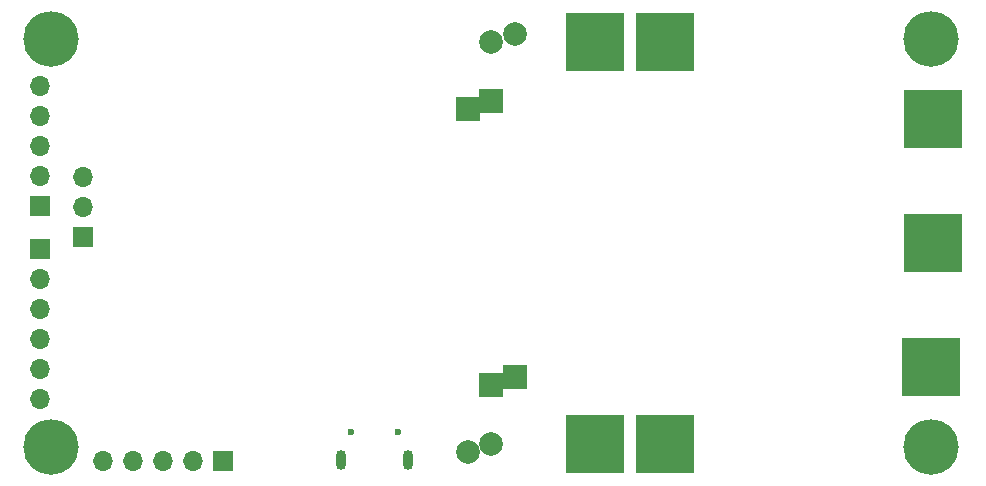
<source format=gbr>
%TF.GenerationSoftware,KiCad,Pcbnew,(5.1.10)-1*%
%TF.CreationDate,2021-12-01T19:41:51+01:00*%
%TF.ProjectId,xESC2,78455343-322e-46b6-9963-61645f706362,rev?*%
%TF.SameCoordinates,Original*%
%TF.FileFunction,Soldermask,Bot*%
%TF.FilePolarity,Negative*%
%FSLAX46Y46*%
G04 Gerber Fmt 4.6, Leading zero omitted, Abs format (unit mm)*
G04 Created by KiCad (PCBNEW (5.1.10)-1) date 2021-12-01 19:41:51*
%MOMM*%
%LPD*%
G01*
G04 APERTURE LIST*
%ADD10O,1.700000X1.700000*%
%ADD11R,1.700000X1.700000*%
%ADD12C,0.600000*%
%ADD13O,0.850000X1.700000*%
%ADD14R,5.000000X5.000000*%
%ADD15C,4.700000*%
%ADD16C,2.000000*%
%ADD17R,2.000000X2.000000*%
G04 APERTURE END LIST*
D10*
%TO.C,J5*%
X201400000Y-115420000D03*
X201400000Y-117960000D03*
D11*
X201400000Y-120500000D03*
%TD*%
D10*
%TO.C,J4*%
X197800000Y-107740000D03*
X197800000Y-110280000D03*
X197800000Y-112820000D03*
X197800000Y-115360000D03*
D11*
X197800000Y-117900000D03*
%TD*%
D10*
%TO.C,J3*%
X203120000Y-139500000D03*
X205660000Y-139500000D03*
X208200000Y-139500000D03*
X210740000Y-139500000D03*
D11*
X213280000Y-139500000D03*
%TD*%
D12*
%TO.C,J2*%
X228100000Y-137050000D03*
X224100000Y-137050000D03*
D13*
X228925000Y-139400000D03*
X223275000Y-139400000D03*
%TD*%
D10*
%TO.C,J1*%
X197800000Y-134200000D03*
X197800000Y-131660000D03*
X197800000Y-129120000D03*
X197800000Y-126580000D03*
X197800000Y-124040000D03*
D11*
X197800000Y-121500000D03*
%TD*%
D14*
%TO.C,TP7*%
X244750000Y-138000000D03*
%TD*%
%TO.C,TP6*%
X244750000Y-104000000D03*
%TD*%
%TO.C,TP5*%
X250750000Y-138000000D03*
%TD*%
%TO.C,TP4*%
X250750000Y-104000000D03*
%TD*%
%TO.C,TP3*%
X273250000Y-131500000D03*
%TD*%
%TO.C,TP2*%
X273400000Y-121000000D03*
%TD*%
%TO.C,TP1*%
X273400000Y-110500000D03*
%TD*%
D15*
%TO.C,H4*%
X273250000Y-103750000D03*
%TD*%
%TO.C,H3*%
X273250000Y-138250000D03*
%TD*%
%TO.C,H2*%
X198750000Y-103750000D03*
%TD*%
%TO.C,H1*%
X198750000Y-138250000D03*
%TD*%
D16*
%TO.C,C23*%
X238000000Y-103327856D03*
D17*
X234000000Y-109672144D03*
D16*
X236000000Y-104000000D03*
D17*
X236000000Y-109000000D03*
%TD*%
D16*
%TO.C,C22*%
X234000000Y-138672144D03*
D17*
X238000000Y-132327856D03*
D16*
X236000000Y-138000000D03*
D17*
X236000000Y-133000000D03*
%TD*%
M02*

</source>
